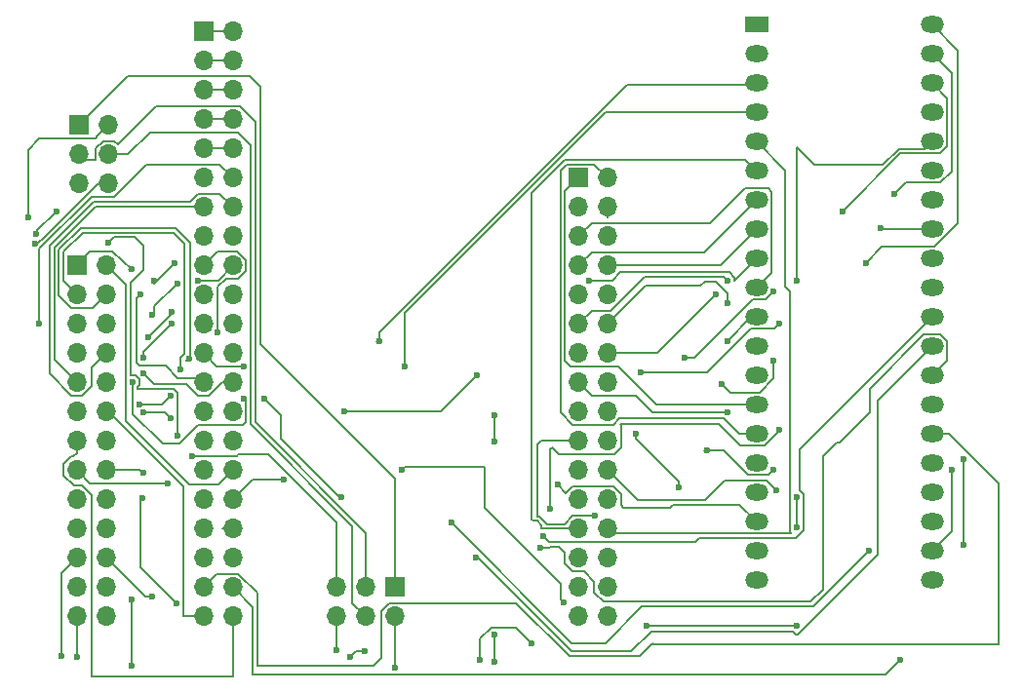
<source format=gbr>
%TF.GenerationSoftware,KiCad,Pcbnew,8.0.4*%
%TF.CreationDate,2024-09-01T11:51:46-07:00*%
%TF.ProjectId,chip_tester,63686970-5f74-4657-9374-65722e6b6963,rev?*%
%TF.SameCoordinates,Original*%
%TF.FileFunction,Copper,L2,Bot*%
%TF.FilePolarity,Positive*%
%FSLAX46Y46*%
G04 Gerber Fmt 4.6, Leading zero omitted, Abs format (unit mm)*
G04 Created by KiCad (PCBNEW 8.0.4) date 2024-09-01 11:51:46*
%MOMM*%
%LPD*%
G01*
G04 APERTURE LIST*
%TA.AperFunction,ComponentPad*%
%ADD10R,1.700000X1.700000*%
%TD*%
%TA.AperFunction,ComponentPad*%
%ADD11O,1.700000X1.700000*%
%TD*%
%TA.AperFunction,ComponentPad*%
%ADD12R,2.000000X1.440000*%
%TD*%
%TA.AperFunction,ComponentPad*%
%ADD13O,2.000000X1.440000*%
%TD*%
%TA.AperFunction,ViaPad*%
%ADD14C,0.600000*%
%TD*%
%TA.AperFunction,Conductor*%
%ADD15C,0.200000*%
%TD*%
G04 APERTURE END LIST*
D10*
%TO.P,J6,1,Pin_1*%
%TO.N,/PJ0*%
X60500000Y-83180000D03*
D11*
%TO.P,J6,2,Pin_2*%
%TO.N,/PD1*%
X63040000Y-83180000D03*
%TO.P,J6,3,Pin_3*%
%TO.N,/PD2*%
X60500000Y-85720000D03*
%TO.P,J6,4,Pin_4*%
%TO.N,/PD3*%
X63040000Y-85720000D03*
%TO.P,J6,5,Pin_5*%
%TO.N,/PE0*%
X60500000Y-88260000D03*
%TO.P,J6,6,Pin_6*%
%TO.N,/PE1*%
X63040000Y-88260000D03*
%TO.P,J6,7,Pin_7*%
%TO.N,/PE3*%
X60500000Y-90800000D03*
%TO.P,J6,8,Pin_8*%
%TO.N,/PE4*%
X63040000Y-90800000D03*
%TO.P,J6,9,Pin_9*%
%TO.N,/PE5*%
X60500000Y-93340000D03*
%TO.P,J6,10,Pin_10*%
%TO.N,/PG2*%
X63040000Y-93340000D03*
%TO.P,J6,11,Pin_11*%
%TO.N,/PJ1*%
X60500000Y-95880000D03*
%TO.P,J6,12,Pin_12*%
%TO.N,/PC6*%
X63040000Y-95880000D03*
%TO.P,J6,13,Pin_13*%
%TO.N,/PC7*%
X60500000Y-98420000D03*
%TO.P,J6,14,Pin_14*%
%TO.N,/PB5_{MCU}*%
X63040000Y-98420000D03*
%TO.P,J6,15,Pin_15*%
%TO.N,/PG5*%
X60500000Y-100960000D03*
%TO.P,J6,16,Pin_16*%
%TO.N,/PD7*%
X63040000Y-100960000D03*
%TO.P,J6,17,Pin_17*%
%TO.N,/PH6*%
X60500000Y-103500000D03*
%TO.P,J6,18,Pin_18*%
%TO.N,/PH5*%
X63040000Y-103500000D03*
%TO.P,J6,19,Pin_19*%
%TO.N,/PH4*%
X60500000Y-106040000D03*
%TO.P,J6,20,Pin_20*%
%TO.N,/PH3*%
X63040000Y-106040000D03*
%TO.P,J6,21,Pin_21*%
%TO.N,/PL7*%
X60500000Y-108580000D03*
%TO.P,J6,22,Pin_22*%
%TO.N,/PL6*%
X63040000Y-108580000D03*
%TO.P,J6,23,Pin_23*%
%TO.N,/PL5*%
X60500000Y-111120000D03*
%TO.P,J6,24,Pin_24*%
%TO.N,/PL4*%
X63040000Y-111120000D03*
%TO.P,J6,25,Pin_25*%
%TO.N,/PL3*%
X60500000Y-113660000D03*
%TO.P,J6,26,Pin_26*%
%TO.N,/PL2*%
X63040000Y-113660000D03*
%TD*%
D10*
%TO.P,J2,1,Pin_1*%
%TO.N,VBUS*%
X71500000Y-62900000D03*
D11*
%TO.P,J2,2,Pin_2*%
X74040000Y-62900000D03*
%TO.P,J2,3,Pin_3*%
%TO.N,GND*%
X71500000Y-65440000D03*
%TO.P,J2,4,Pin_4*%
X74040000Y-65440000D03*
%TO.P,J2,5,Pin_5*%
%TO.N,+5V*%
X71500000Y-67980000D03*
%TO.P,J2,6,Pin_6*%
X74040000Y-67980000D03*
%TO.P,J2,7,Pin_7*%
%TO.N,+3V3*%
X71500000Y-70520000D03*
%TO.P,J2,8,Pin_8*%
X74040000Y-70520000D03*
%TO.P,J2,9,Pin_9*%
%TO.N,/AREF*%
X71500000Y-73060000D03*
%TO.P,J2,10,Pin_10*%
X74040000Y-73060000D03*
%TO.P,J2,11,Pin_11*%
%TO.N,/PE1*%
X71500000Y-75600000D03*
%TO.P,J2,12,Pin_12*%
%TO.N,/PE0*%
X74040000Y-75600000D03*
%TO.P,J2,13,Pin_13*%
%TO.N,/PE5*%
X71500000Y-78140000D03*
%TO.P,J2,14,Pin_14*%
%TO.N,/PE4*%
X74040000Y-78140000D03*
%TO.P,J2,15,Pin_15*%
%TO.N,/PE3*%
X71500000Y-80680000D03*
%TO.P,J2,16,Pin_16*%
%TO.N,/PG5*%
X74040000Y-80680000D03*
%TO.P,J2,17,Pin_17*%
%TO.N,/PH4*%
X71500000Y-83220000D03*
%TO.P,J2,18,Pin_18*%
%TO.N,/PH3*%
X74040000Y-83220000D03*
%TO.P,J2,19,Pin_19*%
%TO.N,/PH6*%
X71500000Y-85760000D03*
%TO.P,J2,20,Pin_20*%
%TO.N,/PH5*%
X74040000Y-85760000D03*
%TO.P,J2,21,Pin_21*%
%TO.N,/PB5_{MCU}*%
X71500000Y-88300000D03*
%TO.P,J2,22,Pin_22*%
%TO.N,/PB4_{MCU}*%
X74040000Y-88300000D03*
%TO.P,J2,23,Pin_23*%
%TO.N,/PB7_{MCU}*%
X71500000Y-90840000D03*
%TO.P,J2,24,Pin_24*%
%TO.N,/PB6_{MCU}*%
X74040000Y-90840000D03*
%TO.P,J2,25,Pin_25*%
%TO.N,/PJ0*%
X71500000Y-93380000D03*
%TO.P,J2,26,Pin_26*%
%TO.N,/PJ1*%
X74040000Y-93380000D03*
%TO.P,J2,27,Pin_27*%
%TO.N,/CS1_PB6*%
X71500000Y-95920000D03*
%TO.P,J2,28,Pin_28*%
%TO.N,/PH1*%
X74040000Y-95920000D03*
%TO.P,J2,29,Pin_29*%
%TO.N,/PD2*%
X71500000Y-98460000D03*
%TO.P,J2,30,Pin_30*%
%TO.N,/PD3*%
X74040000Y-98460000D03*
%TO.P,J2,31,Pin_31*%
%TO.N,/IRQ_PB7*%
X71500000Y-101000000D03*
%TO.P,J2,32,Pin_32*%
%TO.N,/PD1*%
X74040000Y-101000000D03*
%TO.P,J2,33,Pin_33*%
%TO.N,/DB1*%
X71500000Y-103540000D03*
%TO.P,J2,34,Pin_34*%
%TO.N,/DB0*%
X74040000Y-103540000D03*
%TO.P,J2,35,Pin_35*%
%TO.N,/DB3*%
X71500000Y-106080000D03*
%TO.P,J2,36,Pin_36*%
%TO.N,/DB2*%
X74040000Y-106080000D03*
%TO.P,J2,37,Pin_37*%
%TO.N,/DB5*%
X71500000Y-108620000D03*
%TO.P,J2,38,Pin_38*%
%TO.N,/DB4*%
X74040000Y-108620000D03*
%TO.P,J2,39,Pin_39*%
%TO.N,/DB7*%
X71500000Y-111160000D03*
%TO.P,J2,40,Pin_40*%
%TO.N,/DB6*%
X74040000Y-111160000D03*
%TO.P,J2,41,Pin_41*%
%TO.N,/PC6*%
X71500000Y-113700000D03*
%TO.P,J2,42,Pin_42*%
%TO.N,/PC7*%
X74040000Y-113700000D03*
%TD*%
D10*
%TO.P,J4,1,Pin_1*%
%TO.N,/MISO*%
X60710000Y-71000000D03*
D11*
%TO.P,J4,2,Pin_2*%
%TO.N,+5V*%
X63250000Y-71000000D03*
%TO.P,J4,3,Pin_3*%
%TO.N,/SCK*%
X60710000Y-73540000D03*
%TO.P,J4,4,Pin_4*%
%TO.N,/MOSI*%
X63250000Y-73540000D03*
%TO.P,J4,5,Pin_5*%
%TO.N,/RESET_{MCU}*%
X60710000Y-76080000D03*
%TO.P,J4,6,Pin_6*%
%TO.N,GND*%
X63250000Y-76080000D03*
%TD*%
D12*
%TO.P,J1,1,Pin_1*%
%TO.N,Net-(J1-Pin_1)*%
X119500000Y-62300000D03*
D13*
%TO.P,J1,2,Pin_2*%
%TO.N,/PA0*%
X119500000Y-64840000D03*
%TO.P,J1,3,Pin_3*%
%TO.N,/PB6_{MCU}*%
X119500000Y-67380000D03*
%TO.P,J1,4,Pin_4*%
%TO.N,/PB7_{MCU}*%
X119500000Y-69920000D03*
%TO.P,J1,5,Pin_5*%
%TO.N,/A9*%
X119500000Y-72460000D03*
%TO.P,J1,6,Pin_6*%
%TO.N,/A8*%
X119500000Y-75000000D03*
%TO.P,J1,7,Pin_7*%
%TO.N,/A7*%
X119500000Y-77540000D03*
%TO.P,J1,8,Pin_8*%
%TO.N,/A6*%
X119500000Y-80080000D03*
%TO.P,J1,9,Pin_9*%
%TO.N,/PH1*%
X119500000Y-82620000D03*
%TO.P,J1,10,Pin_10*%
%TO.N,/A5*%
X119500000Y-85160000D03*
%TO.P,J1,11,Pin_11*%
%TO.N,/A4*%
X119500000Y-87700000D03*
%TO.P,J1,12,Pin_12*%
%TO.N,/A3*%
X119500000Y-90240000D03*
%TO.P,J1,13,Pin_13*%
%TO.N,/A2*%
X119500000Y-92780000D03*
%TO.P,J1,14,Pin_14*%
%TO.N,/A1*%
X119500000Y-95320000D03*
%TO.P,J1,15,Pin_15*%
%TO.N,/A0*%
X119500000Y-97860000D03*
%TO.P,J1,16,Pin_16*%
%TO.N,/PB4_{MCU}*%
X119500000Y-100400000D03*
%TO.P,J1,17,Pin_17*%
%TO.N,/IRQ_PB7*%
X119500000Y-102940000D03*
%TO.P,J1,18,Pin_18*%
%TO.N,/CS1_PB6*%
X119500000Y-105480000D03*
%TO.P,J1,19,Pin_19*%
%TO.N,/CS2_PB5*%
X119500000Y-108020000D03*
%TO.P,J1,20,Pin_20*%
%TO.N,Net-(J1-Pin_20)*%
X119500000Y-110560000D03*
%TO.P,J1,21,Pin_21*%
%TO.N,/PB4*%
X134740000Y-110560000D03*
%TO.P,J1,22,Pin_22*%
%TO.N,/PB3*%
X134740000Y-108020000D03*
%TO.P,J1,23,Pin_23*%
%TO.N,/PB2*%
X134740000Y-105480000D03*
%TO.P,J1,24,Pin_24*%
%TO.N,/PB1*%
X134740000Y-102940000D03*
%TO.P,J1,25,Pin_25*%
%TO.N,/PB0*%
X134740000Y-100400000D03*
%TO.P,J1,26,Pin_26*%
%TO.N,/DB7*%
X134740000Y-97860000D03*
%TO.P,J1,27,Pin_27*%
%TO.N,/DB6*%
X134740000Y-95320000D03*
%TO.P,J1,28,Pin_28*%
%TO.N,/DB5*%
X134740000Y-92780000D03*
%TO.P,J1,29,Pin_29*%
%TO.N,/DB4*%
X134740000Y-90240000D03*
%TO.P,J1,30,Pin_30*%
%TO.N,/DB3*%
X134740000Y-87700000D03*
%TO.P,J1,31,Pin_31*%
%TO.N,/DB2*%
X134740000Y-85160000D03*
%TO.P,J1,32,Pin_32*%
%TO.N,/DB1*%
X134740000Y-82620000D03*
%TO.P,J1,33,Pin_33*%
%TO.N,/DB0*%
X134740000Y-80080000D03*
%TO.P,J1,34,Pin_34*%
%TO.N,/PA7*%
X134740000Y-77540000D03*
%TO.P,J1,35,Pin_35*%
%TO.N,/PA6*%
X134740000Y-75000000D03*
%TO.P,J1,36,Pin_36*%
%TO.N,/PA5*%
X134740000Y-72460000D03*
%TO.P,J1,37,Pin_37*%
%TO.N,/PA4*%
X134740000Y-69920000D03*
%TO.P,J1,38,Pin_38*%
%TO.N,/PA3*%
X134740000Y-67380000D03*
%TO.P,J1,39,Pin_39*%
%TO.N,/PA2*%
X134740000Y-64840000D03*
%TO.P,J1,40,Pin_40*%
%TO.N,/PA1*%
X134740000Y-62300000D03*
%TD*%
D10*
%TO.P,J5,1,Pin_1*%
%TO.N,/MISO*%
X88120000Y-111160000D03*
D11*
%TO.P,J5,2,Pin_2*%
%TO.N,+5V*%
X88120000Y-113700000D03*
%TO.P,J5,3,Pin_3*%
%TO.N,/SCK*%
X85580000Y-111160000D03*
%TO.P,J5,4,Pin_4*%
%TO.N,/MOSI*%
X85580000Y-113700000D03*
%TO.P,J5,5,Pin_5*%
%TO.N,/RESET_{MCU}*%
X83040000Y-111160000D03*
%TO.P,J5,6,Pin_6*%
%TO.N,GND*%
X83040000Y-113700000D03*
%TD*%
D10*
%TO.P,J3,1,Pin_1*%
%TO.N,/A1*%
X104040000Y-75600000D03*
D11*
%TO.P,J3,2,Pin_2*%
%TO.N,/A0*%
X106580000Y-75600000D03*
%TO.P,J3,3,Pin_3*%
%TO.N,/A3*%
X104040000Y-78140000D03*
%TO.P,J3,4,Pin_4*%
%TO.N,/A2*%
X106580000Y-78140000D03*
%TO.P,J3,5,Pin_5*%
%TO.N,/A5*%
X104040000Y-80680000D03*
%TO.P,J3,6,Pin_6*%
%TO.N,/A4*%
X106580000Y-80680000D03*
%TO.P,J3,7,Pin_7*%
%TO.N,/A7*%
X104040000Y-83220000D03*
%TO.P,J3,8,Pin_8*%
%TO.N,/A6*%
X106580000Y-83220000D03*
%TO.P,J3,9,Pin_9*%
%TO.N,/PA1*%
X104040000Y-85760000D03*
%TO.P,J3,10,Pin_10*%
%TO.N,/PA0*%
X106580000Y-85760000D03*
%TO.P,J3,11,Pin_11*%
%TO.N,/PA3*%
X104040000Y-88300000D03*
%TO.P,J3,12,Pin_12*%
%TO.N,/PA2*%
X106580000Y-88300000D03*
%TO.P,J3,13,Pin_13*%
%TO.N,/PA5*%
X104040000Y-90840000D03*
%TO.P,J3,14,Pin_14*%
%TO.N,/PA4*%
X106580000Y-90840000D03*
%TO.P,J3,15,Pin_15*%
%TO.N,/PA7*%
X104040000Y-93380000D03*
%TO.P,J3,16,Pin_16*%
%TO.N,/PA6*%
X106580000Y-93380000D03*
%TO.P,J3,17,Pin_17*%
%TO.N,/PB4*%
X104040000Y-95920000D03*
%TO.P,J3,18,Pin_18*%
%TO.N,/CS2_PB5*%
X106580000Y-95920000D03*
%TO.P,J3,19,Pin_19*%
%TO.N,/PB2*%
X104040000Y-98460000D03*
%TO.P,J3,20,Pin_20*%
%TO.N,/PB3*%
X106580000Y-98460000D03*
%TO.P,J3,21,Pin_21*%
%TO.N,/PB0*%
X104040000Y-101000000D03*
%TO.P,J3,22,Pin_22*%
%TO.N,/PB1*%
X106580000Y-101000000D03*
%TO.P,J3,23,Pin_23*%
%TO.N,/PG2*%
X104040000Y-103540000D03*
%TO.P,J3,24,Pin_24*%
%TO.N,/PD7*%
X106580000Y-103540000D03*
%TO.P,J3,25,Pin_25*%
%TO.N,/A8*%
X104040000Y-106080000D03*
%TO.P,J3,26,Pin_26*%
%TO.N,/A9*%
X106580000Y-106080000D03*
%TO.P,J3,27,Pin_27*%
%TO.N,/PL6*%
X104040000Y-108620000D03*
%TO.P,J3,28,Pin_28*%
%TO.N,/PL7*%
X106580000Y-108620000D03*
%TO.P,J3,29,Pin_29*%
%TO.N,/PL4*%
X104040000Y-111160000D03*
%TO.P,J3,30,Pin_30*%
%TO.N,/PL5*%
X106580000Y-111160000D03*
%TO.P,J3,31,Pin_31*%
%TO.N,/PL2*%
X104040000Y-113700000D03*
%TO.P,J3,32,Pin_32*%
%TO.N,/PL3*%
X106580000Y-113700000D03*
%TD*%
D14*
%TO.N,/DB0*%
X78441472Y-101790000D03*
X109500000Y-92500000D03*
X96750000Y-96250000D03*
X121500000Y-88250000D03*
X130250000Y-80000000D03*
X96750000Y-98500000D03*
%TO.N,/PB4*%
X137500000Y-107500000D03*
X137500000Y-100000000D03*
%TO.N,/DB5*%
X100750000Y-107750000D03*
%TO.N,/CS1_PB6*%
X102250000Y-102250000D03*
%TO.N,/DB1*%
X129250000Y-108000000D03*
X93000000Y-105500000D03*
%TO.N,/PA2*%
X117000000Y-86500000D03*
X131500000Y-77000000D03*
%TO.N,/PA5*%
X113250000Y-91250000D03*
X123000000Y-84500000D03*
X121000000Y-85500000D03*
%TO.N,/PA1*%
X121000000Y-91500000D03*
X129000000Y-83000000D03*
X116500000Y-93500000D03*
%TO.N,/PB6_{MCU}*%
X86750000Y-89750000D03*
%TO.N,/PB3*%
X121000000Y-101000000D03*
X136500000Y-101000000D03*
X115250000Y-99250000D03*
%TO.N,/DB2*%
X121500000Y-97500000D03*
X101600000Y-104330000D03*
%TO.N,/PA7*%
X117000000Y-96000000D03*
%TO.N,/PA3*%
X117000000Y-84500000D03*
X127000000Y-78500000D03*
%TO.N,/A4*%
X117000000Y-89750000D03*
%TO.N,/PB1*%
X121250000Y-102750000D03*
%TO.N,/DB6*%
X132000000Y-117500000D03*
%TO.N,/PA4*%
X116000000Y-85750000D03*
%TO.N,/PB7_{MCU}*%
X89000000Y-92000000D03*
X75000000Y-92000000D03*
%TO.N,/DB3*%
X101000000Y-106750000D03*
%TO.N,/PH1*%
X95250000Y-92750000D03*
X105000000Y-84500000D03*
X83750000Y-95920000D03*
%TO.N,/PB2*%
X105500000Y-104930000D03*
%TO.N,/IRQ_PB7*%
X110000000Y-114500000D03*
X123000000Y-114500000D03*
X88750000Y-101000000D03*
X102750000Y-112500000D03*
X123000000Y-103360000D03*
X123000000Y-106000000D03*
%TO.N,/DB4*%
X95120000Y-108620000D03*
%TO.N,/CS2_PB5*%
X109000000Y-97860000D03*
X112750000Y-102500000D03*
%TO.N,/PE3*%
X67250000Y-84500000D03*
X69000000Y-83000000D03*
%TO.N,/PD3*%
X70249602Y-91348927D03*
%TO.N,+5V*%
X56250000Y-79000000D03*
X88120000Y-118120000D03*
X65250000Y-118000000D03*
X65250000Y-112250000D03*
%TO.N,/PB5_{MCU}*%
X65950000Y-95258380D03*
X68650000Y-94500000D03*
%TO.N,GND*%
X56846754Y-81339032D03*
X83040000Y-116600000D03*
%TO.N,/PE0*%
X57250000Y-88250000D03*
%TO.N,/PJ1*%
X66250000Y-92542943D03*
%TO.N,/PH6*%
X66250000Y-91247301D03*
X68750000Y-88250000D03*
%TO.N,/PD2*%
X69500000Y-92250000D03*
%TO.N,/PG5*%
X68390000Y-102110000D03*
%TO.N,/PH3*%
X67000000Y-87500000D03*
X69250000Y-84750000D03*
X71000000Y-84500000D03*
%TO.N,/PH5*%
X68750000Y-87250000D03*
X66700735Y-89450735D03*
%TO.N,/PJ0*%
X65250000Y-83500000D03*
X66000000Y-85750000D03*
%TO.N,/PH4*%
X66250000Y-96000000D03*
X72750000Y-89000000D03*
X68650000Y-96500000D03*
%TO.N,/PL4*%
X96750000Y-115250000D03*
X96750000Y-117650000D03*
X58750000Y-78500000D03*
X57000000Y-80500000D03*
%TO.N,/PG2*%
X75000000Y-94750000D03*
X65350000Y-93340000D03*
X76750000Y-94750000D03*
X83450735Y-103299265D03*
%TO.N,/PL6*%
X67000000Y-112000000D03*
%TO.N,/PD7*%
X69150000Y-112550000D03*
X66250000Y-101250000D03*
X66200735Y-103450735D03*
%TO.N,/PL7*%
X84250000Y-117250000D03*
X59133167Y-117100000D03*
X85500000Y-116750000D03*
%TO.N,/PL3*%
X60500000Y-117250000D03*
X95500000Y-117500000D03*
X100000000Y-116000000D03*
%TO.N,/RESET_{MCU}*%
X69250000Y-98000000D03*
X70500000Y-99750000D03*
X63250000Y-81250000D03*
%TD*%
D15*
%TO.N,/DB0*%
X96750000Y-98500000D02*
X96750000Y-96250000D01*
X130250000Y-80000000D02*
X130330000Y-80080000D01*
X75790000Y-101790000D02*
X74040000Y-103540000D01*
X130330000Y-80080000D02*
X134740000Y-80080000D01*
X121500000Y-88250000D02*
X121030000Y-88720000D01*
X121030000Y-88720000D02*
X119030000Y-88720000D01*
X78441472Y-101790000D02*
X75790000Y-101790000D01*
X119030000Y-88720000D02*
X115250000Y-92500000D01*
X115250000Y-92500000D02*
X109500000Y-92500000D01*
%TO.N,/PB4*%
X137500000Y-100000000D02*
X137500000Y-107500000D01*
%TO.N,/DB5*%
X106203654Y-112410000D02*
X124190000Y-112410000D01*
X100750000Y-107750000D02*
X102376346Y-107630000D01*
X103563654Y-109770000D02*
X104516346Y-109770000D01*
X102890000Y-109096346D02*
X103563654Y-109770000D01*
X126465686Y-98600000D02*
X126748529Y-98600000D01*
X135442498Y-89220000D02*
X136040000Y-89817502D01*
X129350000Y-93907502D02*
X134037502Y-89220000D01*
X102890000Y-108143654D02*
X102890000Y-109096346D01*
X125250000Y-99815686D02*
X126465686Y-98600000D01*
X104516346Y-109770000D02*
X105430000Y-110683654D01*
X124190000Y-112410000D02*
X125250000Y-111350000D01*
X136040000Y-89817502D02*
X136040000Y-91480000D01*
X125250000Y-111350000D02*
X125250000Y-99815686D01*
X136040000Y-91480000D02*
X134740000Y-92780000D01*
X134037502Y-89220000D02*
X135442498Y-89220000D01*
X105430000Y-111636346D02*
X106203654Y-112410000D01*
X100781471Y-107630000D02*
X100750000Y-107750000D01*
X126748529Y-98600000D02*
X129350000Y-95998529D01*
X105430000Y-110683654D02*
X105430000Y-111636346D01*
X102376346Y-107630000D02*
X102890000Y-108143654D01*
X129350000Y-95998529D02*
X129350000Y-93907502D01*
%TO.N,/A6*%
X106580000Y-83220000D02*
X116360000Y-83220000D01*
X116360000Y-83220000D02*
X119500000Y-80080000D01*
%TO.N,/A8*%
X102884314Y-74050000D02*
X118550000Y-74050000D01*
X104040000Y-106080000D02*
X100850000Y-106080000D01*
X100150000Y-105400000D02*
X100000000Y-105250000D01*
X100850000Y-105751471D02*
X100498529Y-105400000D01*
X118550000Y-74050000D02*
X119500000Y-75000000D01*
X100000000Y-76934314D02*
X102884314Y-74050000D01*
X100850000Y-106080000D02*
X100850000Y-105751471D01*
X100000000Y-105250000D02*
X100000000Y-76934314D01*
X100498529Y-105400000D02*
X100150000Y-105400000D01*
%TO.N,/CS1_PB6*%
X102250000Y-102390000D02*
X102250000Y-102250000D01*
X112250000Y-104000000D02*
X118020000Y-104000000D01*
X103563654Y-102390000D02*
X107056346Y-102390000D01*
X107963654Y-104250000D02*
X112000000Y-104250000D01*
X112000000Y-104250000D02*
X112250000Y-104000000D01*
X118020000Y-104000000D02*
X119500000Y-105480000D01*
X107730000Y-104016346D02*
X107963654Y-104250000D01*
X107730000Y-103063654D02*
X107730000Y-104016346D01*
X102250000Y-102250000D02*
X102976827Y-102976827D01*
X102976827Y-102976827D02*
X103563654Y-102390000D01*
X107056346Y-102390000D02*
X107730000Y-103063654D01*
%TO.N,/DB1*%
X124440000Y-112810000D02*
X129250000Y-108000000D01*
X109560000Y-112810000D02*
X124440000Y-112810000D01*
X92948984Y-105500000D02*
X93000000Y-105500000D01*
X106370000Y-116000000D02*
X109560000Y-112810000D01*
X92837968Y-105388984D02*
X92948984Y-105500000D01*
X103448984Y-116000000D02*
X106370000Y-116000000D01*
X93000000Y-105500000D02*
X93000000Y-105551016D01*
X93000000Y-105551016D02*
X103448984Y-116000000D01*
%TO.N,/A7*%
X105190000Y-82070000D02*
X114970000Y-82070000D01*
X114970000Y-82070000D02*
X119500000Y-77540000D01*
X104040000Y-83220000D02*
X105190000Y-82070000D01*
%TO.N,/PA2*%
X106580000Y-88300000D02*
X109880000Y-85000000D01*
X136440000Y-66540000D02*
X134740000Y-64840000D01*
X115055736Y-84595735D02*
X115944264Y-84595735D01*
X136440000Y-75022498D02*
X136440000Y-66540000D01*
X109880000Y-85000000D02*
X114651471Y-85000000D01*
X135442498Y-76020000D02*
X136440000Y-75022498D01*
X106580000Y-88420000D02*
X106500000Y-88500000D01*
X114651471Y-85000000D02*
X115055736Y-84595735D01*
X117000000Y-85651471D02*
X117000000Y-86500000D01*
X131500000Y-77000000D02*
X132480000Y-76020000D01*
X115944264Y-84595735D02*
X117000000Y-85651471D01*
X132480000Y-76020000D02*
X135442498Y-76020000D01*
X106580000Y-88420000D02*
X106580000Y-88300000D01*
%TO.N,/PA5*%
X114090000Y-91250000D02*
X113250000Y-91250000D01*
X124565685Y-74500000D02*
X123000000Y-72934315D01*
X121000000Y-85500000D02*
X120320000Y-86180000D01*
X120320000Y-86180000D02*
X119160000Y-86180000D01*
X119160000Y-86180000D02*
X114090000Y-91250000D01*
X131854314Y-73080000D02*
X130434314Y-74500000D01*
X130434314Y-74500000D02*
X124565685Y-74500000D01*
X121000000Y-85500000D02*
X120800000Y-85582498D01*
X134120000Y-73080000D02*
X131854314Y-73080000D01*
X134740000Y-72460000D02*
X134120000Y-73080000D01*
X123000000Y-72934315D02*
X123000000Y-84500000D01*
%TO.N,/PA1*%
X121000000Y-93002498D02*
X121000000Y-91500000D01*
X129000000Y-83000000D02*
X130400000Y-81600000D01*
X137000000Y-79542498D02*
X137000000Y-64560000D01*
X117250000Y-94250000D02*
X119752498Y-94250000D01*
X116500000Y-93500000D02*
X117250000Y-94250000D01*
X137000000Y-64560000D02*
X134740000Y-62300000D01*
X130400000Y-81600000D02*
X134942498Y-81600000D01*
X134942498Y-81600000D02*
X137000000Y-79542498D01*
X119752498Y-94250000D02*
X121000000Y-93002498D01*
%TO.N,/PB6_{MCU}*%
X86750000Y-89000000D02*
X108250000Y-67500000D01*
X86618628Y-89750000D02*
X86750000Y-89750000D01*
X86618628Y-89750000D02*
X86618628Y-89750000D01*
X86500000Y-89750000D02*
X86618628Y-89750000D01*
X119380000Y-67500000D02*
X119500000Y-67380000D01*
X108250000Y-67500000D02*
X119380000Y-67500000D01*
X86750000Y-89750000D02*
X86750000Y-89000000D01*
%TO.N,/PB3*%
X115250000Y-99250000D02*
X115000000Y-99250000D01*
X121000000Y-101000000D02*
X120580000Y-101420000D01*
X136500000Y-106260000D02*
X134740000Y-108020000D01*
X118797502Y-101420000D02*
X116627502Y-99250000D01*
X136500000Y-101000000D02*
X136500000Y-106260000D01*
X120580000Y-101420000D02*
X118797502Y-101420000D01*
X116627502Y-99250000D02*
X115250000Y-99250000D01*
%TO.N,/DB2*%
X107140000Y-99610000D02*
X102360000Y-99610000D01*
X116250000Y-97000000D02*
X107692032Y-97000000D01*
X107692032Y-97000000D02*
X107730000Y-97037968D01*
X121500000Y-97500000D02*
X121500000Y-97582498D01*
X101600000Y-99150000D02*
X101600000Y-104330000D01*
X107730000Y-97037968D02*
X107730000Y-99020000D01*
X120202498Y-98880000D02*
X118130000Y-98880000D01*
X121500000Y-97582498D02*
X120202498Y-98880000D01*
X118130000Y-98880000D02*
X116250000Y-97000000D01*
X73126346Y-106080000D02*
X74040000Y-106080000D01*
X107730000Y-99020000D02*
X107140000Y-99610000D01*
X102360000Y-99610000D02*
X101750000Y-99000000D01*
X101750000Y-99000000D02*
X101600000Y-99150000D01*
%TO.N,/PA7*%
X117000000Y-96000000D02*
X110500000Y-96000000D01*
X105190000Y-94530000D02*
X104040000Y-93380000D01*
X110500000Y-96000000D02*
X109000000Y-94500000D01*
X107056346Y-94530000D02*
X105190000Y-94530000D01*
X109000000Y-94500000D02*
X107086346Y-94500000D01*
X107086346Y-94500000D02*
X107056346Y-94530000D01*
%TO.N,/PA3*%
X109770611Y-84195735D02*
X106816346Y-87150000D01*
X116695735Y-84195735D02*
X109770611Y-84195735D01*
X135442498Y-73480000D02*
X136040000Y-72882498D01*
X136040000Y-68680000D02*
X134740000Y-67380000D01*
X117000000Y-84500000D02*
X116695735Y-84195735D01*
X106816346Y-87150000D02*
X105190000Y-87150000D01*
X105190000Y-87150000D02*
X104040000Y-88300000D01*
X136040000Y-72882498D02*
X136040000Y-68680000D01*
X132020000Y-73480000D02*
X135442498Y-73480000D01*
X127000000Y-78500000D02*
X132020000Y-73480000D01*
%TO.N,/A5*%
X120520000Y-76520000D02*
X118480000Y-76520000D01*
X119500000Y-85160000D02*
X120800000Y-83860000D01*
X120800000Y-83860000D02*
X120800000Y-76800000D01*
X105190000Y-79530000D02*
X104040000Y-80680000D01*
X118480000Y-76520000D02*
X115470000Y-79530000D01*
X120800000Y-76800000D02*
X120520000Y-76520000D01*
X115470000Y-79530000D02*
X105190000Y-79530000D01*
%TO.N,/A0*%
X102490000Y-75010000D02*
X102490000Y-95996346D01*
X106580000Y-75600000D02*
X105430000Y-74450000D01*
X102490000Y-95996346D02*
X103563654Y-97070000D01*
X103050000Y-74450000D02*
X102490000Y-75010000D01*
X103563654Y-97070000D02*
X107056346Y-97070000D01*
X105430000Y-74450000D02*
X103050000Y-74450000D01*
X116651471Y-96500000D02*
X118011471Y-97860000D01*
X107626346Y-96500000D02*
X116651471Y-96500000D01*
X118011471Y-97860000D02*
X119500000Y-97860000D01*
X107056346Y-97070000D02*
X107626346Y-96500000D01*
%TO.N,/A4*%
X119050000Y-87700000D02*
X119500000Y-87700000D01*
X117000000Y-89750000D02*
X119050000Y-87700000D01*
%TO.N,/PB1*%
X120420000Y-101920000D02*
X121250000Y-102750000D01*
X116760000Y-101920000D02*
X120420000Y-101920000D01*
X121250000Y-102750000D02*
X121250000Y-102500000D01*
X106580000Y-101000000D02*
X109180000Y-103600000D01*
X109180000Y-103600000D02*
X113250000Y-103600000D01*
X115080000Y-103600000D02*
X116760000Y-101920000D01*
X113100000Y-103600000D02*
X115080000Y-103600000D01*
%TO.N,/DB6*%
X130750000Y-118750000D02*
X132000000Y-117500000D01*
X75750000Y-118750000D02*
X130750000Y-118750000D01*
X74040000Y-111160000D02*
X75750000Y-112870000D01*
X75750000Y-112870000D02*
X75750000Y-118750000D01*
%TO.N,/A2*%
X106580000Y-78140000D02*
X106580000Y-79042498D01*
%TO.N,/PA4*%
X110910000Y-90840000D02*
X106580000Y-90840000D01*
X116000000Y-85750000D02*
X110910000Y-90840000D01*
%TO.N,/PB7_{MCU}*%
X106448628Y-69920000D02*
X89000000Y-87368628D01*
X113080000Y-69920000D02*
X106448628Y-69920000D01*
X119500000Y-69920000D02*
X113080000Y-69920000D01*
X89000000Y-87368628D02*
X89000000Y-92000000D01*
X72660000Y-92000000D02*
X71500000Y-90840000D01*
X75000000Y-92000000D02*
X72660000Y-92000000D01*
%TO.N,/A9*%
X106580000Y-106080000D02*
X107000000Y-106500000D01*
X122500000Y-106500000D02*
X122400000Y-106400000D01*
X107000000Y-106500000D02*
X122500000Y-106500000D01*
X122000000Y-74960000D02*
X119500000Y-72460000D01*
X122400000Y-85465686D02*
X122000000Y-85065686D01*
X122000000Y-85065686D02*
X122000000Y-74960000D01*
X122400000Y-106400000D02*
X122400000Y-85465686D01*
%TO.N,/DB3*%
X123248529Y-102760000D02*
X123248529Y-99191471D01*
X101480000Y-107230000D02*
X114170000Y-107230000D01*
X123600000Y-103111471D02*
X123248529Y-102760000D01*
X114500000Y-106900000D02*
X122948529Y-106900000D01*
X114170000Y-107230000D02*
X114500000Y-106900000D01*
X122948529Y-106900000D02*
X123600000Y-106248529D01*
X101000000Y-106750000D02*
X101480000Y-107230000D01*
X123600000Y-106248529D02*
X123600000Y-103111471D01*
X123248529Y-99191471D02*
X134740000Y-87700000D01*
%TO.N,/PH1*%
X107000000Y-84500000D02*
X107704265Y-83795735D01*
X117600000Y-84251471D02*
X117600000Y-84520000D01*
X117600000Y-84520000D02*
X119500000Y-82620000D01*
X92080000Y-95920000D02*
X83750000Y-95920000D01*
X117144264Y-83795735D02*
X117600000Y-84251471D01*
X107704265Y-83795735D02*
X117144264Y-83795735D01*
X105000000Y-84500000D02*
X107000000Y-84500000D01*
X95250000Y-92750000D02*
X92080000Y-95920000D01*
X105250000Y-84500000D02*
X105000000Y-84500000D01*
%TO.N,/DB7*%
X72650000Y-110010000D02*
X71500000Y-111160000D01*
X140500000Y-116100000D02*
X110600000Y-116100000D01*
X86970000Y-113223654D02*
X86970000Y-117321471D01*
X110500000Y-116000000D02*
X109350000Y-117150000D01*
X74516346Y-110010000D02*
X72650000Y-110010000D01*
X86291471Y-118000000D02*
X76150000Y-118000000D01*
X98650000Y-112550000D02*
X87643654Y-112550000D01*
X140500000Y-102151471D02*
X140500000Y-116100000D01*
X76150000Y-118000000D02*
X76150000Y-111643654D01*
X134740000Y-97860000D02*
X136208529Y-97860000D01*
X103250000Y-117150000D02*
X98650000Y-112550000D01*
X109350000Y-117150000D02*
X103250000Y-117150000D01*
X87643654Y-112550000D02*
X86970000Y-113223654D01*
X76150000Y-111643654D02*
X74516346Y-110010000D01*
X86970000Y-117321471D02*
X86291471Y-118000000D01*
X136208529Y-97860000D02*
X140500000Y-102151471D01*
X110600000Y-116100000D02*
X110500000Y-116000000D01*
%TO.N,/PB2*%
X104040000Y-98460000D02*
X100790000Y-98460000D01*
X103563654Y-104930000D02*
X104430000Y-104930000D01*
X101344215Y-105680000D02*
X102813654Y-105680000D01*
X104430000Y-104930000D02*
X105500000Y-104930000D01*
X102813654Y-105680000D02*
X103563654Y-104930000D01*
X100500000Y-98750000D02*
X100500000Y-105000000D01*
X100664215Y-105000000D02*
X101344215Y-105680000D01*
X100790000Y-98460000D02*
X100500000Y-98750000D01*
X100500000Y-105000000D02*
X100664215Y-105000000D01*
%TO.N,/IRQ_PB7*%
X110000000Y-114500000D02*
X123000000Y-114500000D01*
X102500000Y-112250000D02*
X102750000Y-112500000D01*
X95941471Y-100750000D02*
X95941471Y-104290000D01*
X123000000Y-103360000D02*
X123000000Y-106000000D01*
X88750000Y-101000000D02*
X89000000Y-100750000D01*
X95941471Y-104290000D02*
X102500000Y-110848529D01*
X102500000Y-110848529D02*
X102500000Y-112250000D01*
X89000000Y-100750000D02*
X95941471Y-100750000D01*
%TO.N,/DB4*%
X130000000Y-94980000D02*
X134740000Y-90240000D01*
X130000000Y-108348529D02*
X130000000Y-94980000D01*
X122901471Y-115250000D02*
X123098529Y-115250000D01*
X95285686Y-108620000D02*
X103415686Y-116750000D01*
X123098529Y-115250000D02*
X130000000Y-108348529D01*
X108598529Y-116750000D02*
X110348529Y-115000000D01*
X95120000Y-108620000D02*
X95285686Y-108620000D01*
X103415686Y-116750000D02*
X108598529Y-116750000D01*
X110348529Y-115000000D02*
X122651471Y-115000000D01*
X122651471Y-115000000D02*
X122901471Y-115250000D01*
%TO.N,/A1*%
X119500000Y-95320000D02*
X110820000Y-95320000D01*
X107490000Y-91990000D02*
X103380000Y-91990000D01*
X103380000Y-91990000D02*
X102890000Y-91500000D01*
X102890000Y-91500000D02*
X102890000Y-76750000D01*
X110820000Y-95320000D02*
X107490000Y-91990000D01*
X102890000Y-76750000D02*
X104040000Y-75600000D01*
%TO.N,/CS2_PB5*%
X112750000Y-102000000D02*
X112750000Y-102500000D01*
X109000000Y-97860000D02*
X109000000Y-98250000D01*
X109000000Y-98250000D02*
X112750000Y-102000000D01*
%TO.N,+3V3*%
X71500000Y-70520000D02*
X74040000Y-70520000D01*
%TO.N,/AREF*%
X71500000Y-73060000D02*
X74040000Y-73060000D01*
%TO.N,/PC6*%
X71500000Y-113700000D02*
X69750000Y-113700000D01*
X63228529Y-95880000D02*
X63040000Y-95880000D01*
X69750000Y-102401471D02*
X63228529Y-95880000D01*
X69750000Y-113700000D02*
X69750000Y-102401471D01*
%TO.N,/PE3*%
X69000000Y-83000000D02*
X67250000Y-84750000D01*
X67250000Y-84500000D02*
X67250000Y-84750000D01*
%TO.N,/PD3*%
X70350000Y-91248529D02*
X70350000Y-81218628D01*
X58950000Y-81864314D02*
X58950000Y-85796346D01*
X69081372Y-79950000D02*
X60864314Y-79950000D01*
X70249602Y-91348927D02*
X70151073Y-91348927D01*
X60864314Y-79950000D02*
X58950000Y-81864314D01*
X70151073Y-91348927D02*
X70000000Y-91500000D01*
X70350000Y-81218628D02*
X69081372Y-79950000D01*
X60023654Y-86870000D02*
X61890000Y-86870000D01*
X70249602Y-91348927D02*
X70350000Y-91248529D01*
X58950000Y-85796346D02*
X60023654Y-86870000D01*
X61890000Y-86870000D02*
X63040000Y-85720000D01*
%TO.N,+5V*%
X57260000Y-72150000D02*
X56250000Y-73160000D01*
X71500000Y-67980000D02*
X74040000Y-67980000D01*
X59750000Y-72150000D02*
X57260000Y-72150000D01*
X88120000Y-113700000D02*
X88120000Y-118120000D01*
X63250000Y-71000000D02*
X62250000Y-72000000D01*
X62250000Y-72050000D02*
X62150000Y-72150000D01*
X88120000Y-118120000D02*
X88250000Y-118250000D01*
X65250000Y-112250000D02*
X65250000Y-118000000D01*
X62250000Y-72000000D02*
X62250000Y-72050000D01*
X62150000Y-72150000D02*
X59560000Y-72150000D01*
X56250000Y-73160000D02*
X56250000Y-79000000D01*
%TO.N,/PB5_{MCU}*%
X65950000Y-95258380D02*
X67891620Y-95258380D01*
X67891620Y-95258380D02*
X68650000Y-94500000D01*
%TO.N,/PE5*%
X62108628Y-78140000D02*
X58550000Y-81698628D01*
X58550000Y-81698628D02*
X58550000Y-91390000D01*
X58550000Y-91390000D02*
X60500000Y-93340000D01*
X71500000Y-78140000D02*
X62108628Y-78140000D01*
%TO.N,GND*%
X63250000Y-76080000D02*
X62388629Y-76080000D01*
X83040000Y-116600000D02*
X83040000Y-113700000D01*
X57416346Y-81000000D02*
X57077314Y-81339032D01*
X62388629Y-76080000D02*
X57468629Y-81000000D01*
X57468629Y-81000000D02*
X57416346Y-81000000D01*
X57077314Y-81339032D02*
X56846754Y-81339032D01*
X71500000Y-65440000D02*
X74040000Y-65440000D01*
%TO.N,/PE0*%
X74040000Y-75600000D02*
X72890000Y-74450000D01*
X72890000Y-74450000D02*
X66563654Y-74450000D01*
X57250000Y-81784314D02*
X57250000Y-88250000D01*
X66563654Y-74450000D02*
X63750000Y-77263654D01*
X61770660Y-77263654D02*
X57250000Y-81784314D01*
X63750000Y-77263654D02*
X61770660Y-77263654D01*
%TO.N,/PJ1*%
X71023654Y-94530000D02*
X71976346Y-94530000D01*
X71976346Y-94530000D02*
X73126346Y-93380000D01*
X73126346Y-93380000D02*
X74040000Y-93380000D01*
X66250000Y-92542943D02*
X67207057Y-93500000D01*
X69993654Y-93500000D02*
X71023654Y-94530000D01*
X67207057Y-93500000D02*
X69993654Y-93500000D01*
%TO.N,VBUS*%
X71500000Y-62900000D02*
X74040000Y-62900000D01*
%TO.N,/PE4*%
X60023654Y-94490000D02*
X60976346Y-94490000D01*
X60976346Y-94490000D02*
X61750000Y-93716346D01*
X74040000Y-78140000D02*
X72890000Y-76990000D01*
X61750000Y-92090000D02*
X63040000Y-90800000D01*
X72890000Y-76990000D02*
X71023654Y-76990000D01*
X61936346Y-77663654D02*
X58150000Y-81450000D01*
X70350000Y-77663654D02*
X61936346Y-77663654D01*
X61750000Y-93716346D02*
X61750000Y-92090000D01*
X58150000Y-81450000D02*
X58150000Y-92616346D01*
X58150000Y-92616346D02*
X60023654Y-94490000D01*
X71023654Y-76990000D02*
X70350000Y-77663654D01*
%TO.N,/PH6*%
X66250000Y-90750000D02*
X68750000Y-88250000D01*
X66250000Y-91247301D02*
X66250000Y-90750000D01*
%TO.N,/PD2*%
X69850000Y-81284314D02*
X68915686Y-80350000D01*
X69850000Y-90900000D02*
X69500000Y-91250000D01*
X61030000Y-80350000D02*
X59350000Y-82030000D01*
X59350000Y-82030000D02*
X59350000Y-84570000D01*
X59350000Y-84570000D02*
X60500000Y-85720000D01*
X69500000Y-91250000D02*
X69500000Y-92250000D01*
X69850000Y-90900000D02*
X69850000Y-81284314D01*
X68915686Y-80350000D02*
X61030000Y-80350000D01*
%TO.N,/PG5*%
X68390000Y-102110000D02*
X61650000Y-102110000D01*
X61650000Y-102110000D02*
X60500000Y-100960000D01*
%TO.N,/PH3*%
X67250000Y-87250000D02*
X67250000Y-86750000D01*
X67250000Y-86750000D02*
X69250000Y-84750000D01*
X67000000Y-87500000D02*
X67250000Y-87250000D01*
X74040000Y-83220000D02*
X72760000Y-84500000D01*
X72760000Y-84500000D02*
X71000000Y-84500000D01*
%TO.N,/PH5*%
X68750000Y-87401470D02*
X68750000Y-87250000D01*
X66700735Y-89450735D02*
X68750000Y-87401470D01*
%TO.N,/PD1*%
X70250000Y-102250000D02*
X72790000Y-102250000D01*
X64750000Y-96750000D02*
X70250000Y-102250000D01*
X64750000Y-84890000D02*
X64750000Y-96750000D01*
X63040000Y-83180000D02*
X64750000Y-84890000D01*
X72790000Y-102250000D02*
X74040000Y-101000000D01*
%TO.N,/PJ0*%
X68192943Y-91942943D02*
X69250000Y-93000000D01*
X66000000Y-85750000D02*
X65650000Y-86100000D01*
X60500000Y-83180000D02*
X61650000Y-82030000D01*
X65942943Y-91942943D02*
X68192943Y-91942943D01*
X65650000Y-91650000D02*
X65942943Y-91942943D01*
X61650000Y-82030000D02*
X63530000Y-82030000D01*
X63530000Y-82030000D02*
X65250000Y-83500000D01*
X69250000Y-93000000D02*
X71120000Y-93000000D01*
X71120000Y-93000000D02*
X71500000Y-93380000D01*
X65650000Y-86100000D02*
X65650000Y-91650000D01*
X65250000Y-83500000D02*
X65000000Y-83500000D01*
%TO.N,/PC7*%
X60263654Y-102350000D02*
X60976346Y-102350000D01*
X59350000Y-100483654D02*
X59350000Y-101436346D01*
X60976346Y-102350000D02*
X61750000Y-103123654D01*
X60500000Y-99500000D02*
X60190000Y-99810000D01*
X74040000Y-118900000D02*
X74040000Y-113700000D01*
X60500000Y-98420000D02*
X60500000Y-99500000D01*
X61750000Y-103123654D02*
X61750000Y-118868173D01*
X60023654Y-99810000D02*
X59350000Y-100483654D01*
X59350000Y-101436346D02*
X60263654Y-102350000D01*
X61781827Y-118900000D02*
X74040000Y-118900000D01*
X60190000Y-99810000D02*
X60023654Y-99810000D01*
X61750000Y-118868173D02*
X61781827Y-118900000D01*
%TO.N,/PH4*%
X68150000Y-96000000D02*
X66250000Y-96000000D01*
X74446346Y-82000000D02*
X72720000Y-82000000D01*
X74516346Y-84370000D02*
X75190000Y-83696346D01*
X72750000Y-85075685D02*
X73455685Y-84370000D01*
X72750000Y-87250000D02*
X72750000Y-85075685D01*
X75190000Y-83696346D02*
X75190000Y-82743654D01*
X72720000Y-82000000D02*
X71500000Y-83220000D01*
X73455685Y-84370000D02*
X74516346Y-84370000D01*
X72750000Y-87250000D02*
X72750000Y-89000000D01*
X75190000Y-82743654D02*
X74446346Y-82000000D01*
X68650000Y-96500000D02*
X68150000Y-96000000D01*
X72750000Y-89000000D02*
X72750000Y-88676346D01*
%TO.N,/PL4*%
X96750000Y-117650000D02*
X96750000Y-115250000D01*
X58750000Y-78500000D02*
X57000000Y-80250000D01*
X57000000Y-80250000D02*
X57000000Y-80500000D01*
%TO.N,/PG2*%
X75200000Y-94950000D02*
X75000000Y-94750000D01*
X71023654Y-97070000D02*
X74930000Y-97070000D01*
X76750000Y-94750000D02*
X78250000Y-96250000D01*
X74930000Y-97070000D02*
X75200000Y-96800000D01*
X70350000Y-97743654D02*
X71023654Y-97070000D01*
X83500000Y-103250000D02*
X83500000Y-103250000D01*
X69381091Y-98717438D02*
X70350000Y-97748529D01*
X67967438Y-98717438D02*
X69381091Y-98717438D01*
X65350000Y-93340000D02*
X65350000Y-96100000D01*
X83299265Y-103299265D02*
X83450735Y-103299265D01*
X78250000Y-96250000D02*
X78250000Y-98250000D01*
X70350000Y-97748529D02*
X70350000Y-97743654D01*
X65350000Y-96100000D02*
X67967438Y-98717438D01*
X75200000Y-96800000D02*
X75200000Y-94950000D01*
X83450735Y-103299265D02*
X83500000Y-103250000D01*
X78250000Y-98250000D02*
X83299265Y-103299265D01*
%TO.N,/PL6*%
X66460000Y-112000000D02*
X67000000Y-112000000D01*
X63040000Y-108580000D02*
X66460000Y-112000000D01*
%TO.N,/PD7*%
X66000000Y-103651470D02*
X66000000Y-109400000D01*
X66200735Y-103450735D02*
X66000000Y-103651470D01*
X65960000Y-100960000D02*
X66250000Y-101250000D01*
X66000000Y-109400000D02*
X69150000Y-112550000D01*
X63040000Y-100960000D02*
X65960000Y-100960000D01*
%TO.N,/PL7*%
X85500000Y-116750000D02*
X84750000Y-116750000D01*
X59133167Y-109946833D02*
X60500000Y-108580000D01*
X59133167Y-117100000D02*
X59133167Y-109946833D01*
X84750000Y-116750000D02*
X84250000Y-117250000D01*
X106580000Y-108620000D02*
X107000000Y-109040000D01*
%TO.N,/PL3*%
X95500000Y-115651471D02*
X96501471Y-114650000D01*
X95500000Y-117500000D02*
X95500000Y-115651471D01*
X60500000Y-117250000D02*
X60500000Y-117000000D01*
X60500000Y-113660000D02*
X60500000Y-117250000D01*
X96501471Y-114650000D02*
X98650000Y-114650000D01*
X98650000Y-114650000D02*
X100000000Y-116000000D01*
%TO.N,/MISO*%
X76400000Y-67650000D02*
X75500000Y-66750000D01*
X64960000Y-66750000D02*
X60710000Y-71000000D01*
X88120000Y-101718529D02*
X76400000Y-89998529D01*
X88120000Y-111160000D02*
X88120000Y-101718529D01*
X76400000Y-89998529D02*
X76400000Y-67650000D01*
X75500000Y-66750000D02*
X64960000Y-66750000D01*
%TO.N,/SCK*%
X76000000Y-70750000D02*
X76000000Y-96848529D01*
X76000000Y-96848529D02*
X85580000Y-106428529D01*
X64043173Y-72706827D02*
X67380000Y-69370000D01*
X60710000Y-73540000D02*
X61170000Y-74000000D01*
X74620000Y-69370000D02*
X76000000Y-70750000D01*
X63726346Y-72390000D02*
X64043173Y-72706827D01*
X62773654Y-72390000D02*
X63726346Y-72390000D01*
X67380000Y-69370000D02*
X74620000Y-69370000D01*
X62100000Y-74000000D02*
X62100000Y-73063654D01*
X62100000Y-73063654D02*
X62773654Y-72390000D01*
X61170000Y-74000000D02*
X62100000Y-74000000D01*
X85580000Y-106428529D02*
X85580000Y-111160000D01*
%TO.N,/MOSI*%
X66830000Y-71670000D02*
X64960000Y-73540000D01*
X84430000Y-105844215D02*
X75600000Y-97014215D01*
X84430000Y-112550000D02*
X84430000Y-105844215D01*
X74516346Y-71670000D02*
X66830000Y-71670000D01*
X75600000Y-97014215D02*
X75600000Y-72753654D01*
X85580000Y-113700000D02*
X84430000Y-112550000D01*
X75600000Y-72753654D02*
X74516346Y-71670000D01*
X64960000Y-73540000D02*
X63650000Y-73540000D01*
%TO.N,/RESET_{MCU}*%
X61420000Y-76080000D02*
X60710000Y-76080000D01*
X65150000Y-84724314D02*
X65150000Y-92740000D01*
X68898529Y-93900000D02*
X69250000Y-94251471D01*
X63250000Y-81250000D02*
X63750000Y-80750000D01*
X66250000Y-83624314D02*
X65150000Y-84724314D01*
X69250000Y-98000000D02*
X69250000Y-97836346D01*
X74376346Y-99750000D02*
X74516346Y-99610000D01*
X65950000Y-93588529D02*
X65750000Y-93788529D01*
X66250000Y-81500000D02*
X66250000Y-83624314D01*
X77110000Y-99610000D02*
X83040000Y-105540000D01*
X65950000Y-93091471D02*
X65950000Y-93588529D01*
X74516346Y-99610000D02*
X77110000Y-99610000D01*
X65598529Y-92740000D02*
X65950000Y-93091471D01*
X71163654Y-99750000D02*
X74376346Y-99750000D01*
X65750000Y-93900000D02*
X68898529Y-93900000D01*
X65500000Y-80750000D02*
X66250000Y-81500000D01*
X65150000Y-92740000D02*
X65598529Y-92740000D01*
X63750000Y-80750000D02*
X65500000Y-80750000D01*
X65750000Y-93788529D02*
X65750000Y-93900000D01*
X71163654Y-99750000D02*
X70500000Y-99750000D01*
X69250000Y-94251471D02*
X69250000Y-98000000D01*
X83040000Y-105540000D02*
X83040000Y-111160000D01*
%TD*%
M02*

</source>
